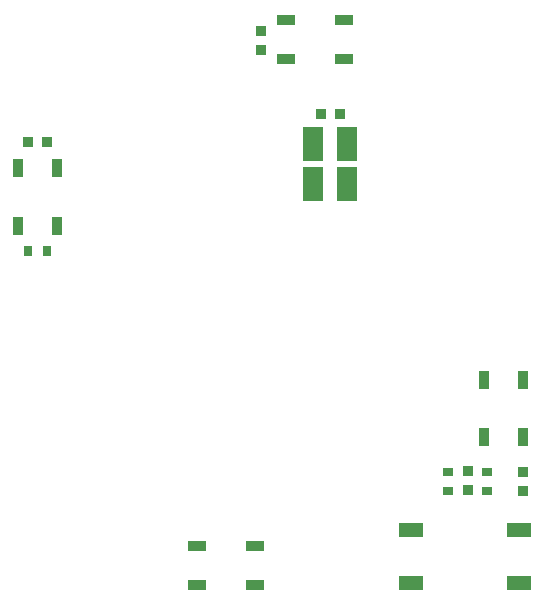
<source format=gbp>
G04*
G04 #@! TF.GenerationSoftware,Altium Limited,Altium Designer,23.4.1 (23)*
G04*
G04 Layer_Color=128*
%FSLAX44Y44*%
%MOMM*%
G71*
G04*
G04 #@! TF.SameCoordinates,2E05C734-F49D-4732-BD03-9418B1375616*
G04*
G04*
G04 #@! TF.FilePolarity,Positive*
G04*
G01*
G75*
%ADD19R,0.8000X0.9500*%
%ADD24R,0.9500X0.9500*%
%ADD25R,0.9500X0.8000*%
%ADD27R,0.9500X0.9500*%
%ADD37R,1.8000X2.9000*%
%ADD91R,2.0000X1.2000*%
%ADD92R,1.5000X0.9000*%
%ADD93R,0.9000X1.5000*%
D19*
X20000Y293000D02*
D03*
X36000D02*
D03*
D24*
X283750Y409250D02*
D03*
X267750D02*
D03*
X36000Y385000D02*
D03*
X20000D02*
D03*
D25*
X408000Y106000D02*
D03*
Y90000D02*
D03*
X375000D02*
D03*
Y106000D02*
D03*
D27*
X438500Y106000D02*
D03*
Y90000D02*
D03*
X392500Y91000D02*
D03*
Y107000D02*
D03*
X217000Y479000D02*
D03*
Y463000D02*
D03*
D37*
X261000Y349750D02*
D03*
X290000D02*
D03*
X261000Y383250D02*
D03*
X290000D02*
D03*
D91*
X344000Y56500D02*
D03*
Y11500D02*
D03*
X435500D02*
D03*
Y56500D02*
D03*
D92*
X211500Y10000D02*
D03*
Y43000D02*
D03*
X162500D02*
D03*
Y10000D02*
D03*
X238015Y488990D02*
D03*
Y455990D02*
D03*
X287015D02*
D03*
Y488990D02*
D03*
D93*
X438500Y184150D02*
D03*
X405500D02*
D03*
Y135150D02*
D03*
X438500D02*
D03*
X11450Y363435D02*
D03*
X44450D02*
D03*
Y314435D02*
D03*
X11450D02*
D03*
M02*

</source>
